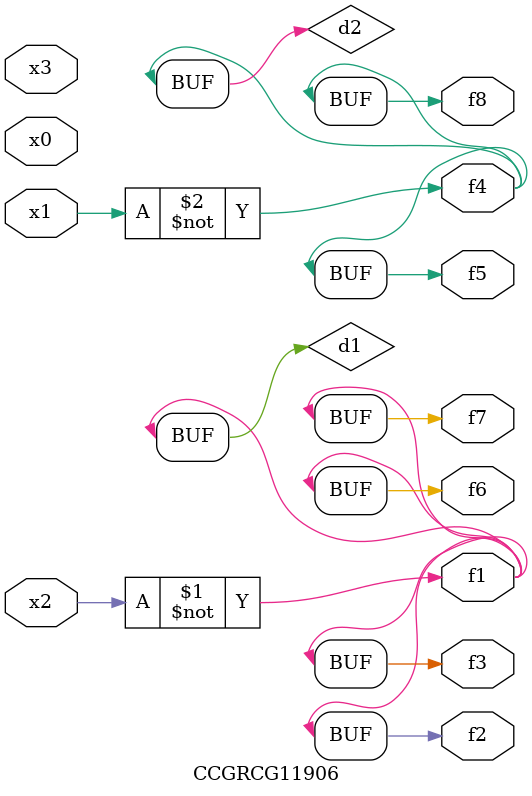
<source format=v>
module CCGRCG11906(
	input x0, x1, x2, x3,
	output f1, f2, f3, f4, f5, f6, f7, f8
);

	wire d1, d2;

	xnor (d1, x2);
	not (d2, x1);
	assign f1 = d1;
	assign f2 = d1;
	assign f3 = d1;
	assign f4 = d2;
	assign f5 = d2;
	assign f6 = d1;
	assign f7 = d1;
	assign f8 = d2;
endmodule

</source>
